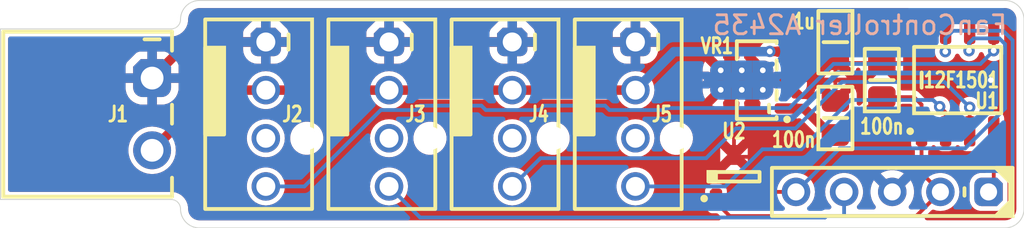
<source format=kicad_pcb>
(kicad_pcb (version 20240108) (generator "pcbnew") (generator_version "8.0")
  (layers (0 "F.Cu" signal) (31 "B.Cu" signal) (34 "B.Paste" user) (35 "F.Paste" user) (36 "B.SilkS" user "B.Silkscreen") (37 "F.SilkS" user "F.Silkscreen") (38 "B.Mask" user) (39 "F.Mask" user) (44 "Edge.Cuts" user))
  (net 0 "")
  (net 1 "GND")
  (net 2 "ICSP_VPP")
  (net 3 "+12V")
  (net 4 "OUT_PWM3")
  (net 5 "OUT_PWM4")
  (net 6 "OUT_PWM2")
  (net 7 "OUT_PWM1")
  (net 8 "ADC_TEMPERATURE")
  (net 9 "+5V")
  (footprint "Medo64:C (0805)" (layer "F.Cu") (at 61.5 19.2 90)
    (property "Reference" "C1" (hide yes))
    (property "Value" "100n" (at -2.45 0 180) (layer "F.SilkS") (effects (font (size 0.8 0.6) (thickness 0.15) (bold yes))))
    (fp_line (start 0 -0.625) (end 0 0.625) (stroke (width 0.2)) (layer "F.SilkS"))
    (fp_rect (start -1.65 -0.9) (end 1.65 0.9) (stroke (width 0.2)) (fill none) (layer "F.SilkS"))
    (pad "1" smd roundrect (at -0.9 0 90) (size 1.15 1.45) (layers "F.Cu" "F.Paste" "F.Mask") (net 9 "+5V"))
    (pad "2" smd roundrect (at 0.9 0 90) (size 1.15 1.45) (layers "F.Cu" "F.Paste" "F.Mask") (net 1 "GND"))
  )
  (footprint "Medo64:C (0805)" (layer "F.Cu") (at 59.05 21.2 90)
    (property "Reference" "C2" (hide yes))
    (property "Value" "100n" (at -1.15 -2.2 180) (layer "F.SilkS") (effects (font (size 0.8 0.6) (thickness 0.15) (bold yes))))
    (fp_line (start 0 -0.625) (end 0 0.625) (stroke (width 0.2)) (layer "F.SilkS"))
    (fp_rect (start -1.65 -0.9) (end 1.65 0.9) (stroke (width 0.2)) (fill none) (layer "F.SilkS"))
    (pad "1" smd roundrect (at -0.9 0 90) (size 1.15 1.45) (layers "F.Cu" "F.Paste" "F.Mask") (net 9 "+5V"))
    (pad "2" smd roundrect (at 0.9 0 90) (size 1.15 1.45) (layers "F.Cu" "F.Paste" "F.Mask") (net 1 "GND"))
  )
  (footprint "Medo64:J Molex 047053 [Fan] (4w)" (layer "F.Cu") (at 29 21 -90)
    (property "Reference" "J2" (at 0 -1.4 0) (layer "F.SilkS") (effects (font (size 0.8 0.6) (thickness 0.15) (bold yes))))
    (property "Value" "Fan")
    (fp_line (start -4.21 -1.2) (end -3.41 -1.2) (stroke (width 0.2)) (layer "F.SilkS"))
    (fp_rect (start -3.51 2.2) (end 1.07 3.2) (stroke (width 0.2)) (fill solid) (layer "F.SilkS"))
    (fp_rect (start -5 -2.44) (end 5 3.2) (stroke (width 0.2)) (fill none) (layer "F.SilkS"))
    (pad "" np_thru_hole circle (at 1.27 -2.16 270) (size 1.25 1.25) (drill 1.25) (layers "F&B.Cu" "*.Mask"))
    (pad "1" thru_hole roundrect (at -3.81 0 270) (size 1.5 1.6) (drill 1) (layers "*.Cu" "*.Mask") (chamfer_ratio 0.2) (chamfer top_left bottom_left) (net 1 "GND"))
    (pad "2" thru_hole circle (at -1.27 0 270) (size 1.5 1.5) (drill 1) (layers "*.Cu" "*.Mask") (net 3 "+12V"))
    (pad "3" thru_hole circle (at 1.27 0 270) (size 1.5 1.5) (drill 1) (layers "*.Cu" "*.Mask"))
    (pad "4" thru_hole circle (at 3.81 0 270) (size 1.5 1.5) (drill 1) (layers "*.Cu" "*.Mask") (net 7 "OUT_PWM1"))
  )
  (footprint "Medo64:ICSP PIC Pogo (5w)" (layer "F.Cu") (at 62.05 25.1 180)
    (property "Reference" "ICSP" (hide yes))
    (property "Value" "Microchip PIC" (hide yes))
    (fp_line (start -3.81 -0.2) (end -3.81 0.2) (stroke (width 0.2)) (layer "F.SilkS"))
    (fp_rect (start -6.35 -1.27) (end 6.35 1.27) (stroke (width 0.2)) (fill none) (layer "F.SilkS"))
    (fp_poly (pts (xy -6.223 -0.508) (xy -5.461 -1.27) (xy -6.35 -1.27) (xy -6.35 1.27) (xy -5.461 1.27) (xy -6.223 0.508)) (stroke (width 0.2)) (fill solid) (layer "F.SilkS"))
    (pad "1" thru_hole roundrect (at -5.08 0 180) (size 1.5 1.5) (drill 0.9) (layers "*.Cu" "*.Mask") (chamfer_ratio 0.2) (chamfer top_left bottom_left) (net 2 "ICSP_VPP"))
    (pad "2" thru_hole circle (at -2.54 0 180) (size 1.5 1.5) (drill 0.9) (layers "*.Cu" "*.Mask") (net 9 "+5V"))
    (pad "3" thru_hole circle (at 0 0 180) (size 1.5 1.5) (drill 0.9) (layers "*.Cu" "*.Mask") (net 1 "GND"))
    (pad "4" thru_hole circle (at 2.54 0 180) (size 1.5 1.5) (drill 0.9) (layers "*.Cu" "*.Mask") (net 6 "OUT_PWM2"))
    (pad "5" thru_hole circle (at 5.08 0 180) (size 1.5 1.5) (drill 0.9) (layers "*.Cu" "*.Mask") (net 8 "ADC_TEMPERATURE"))
  )
  (footprint "Medo64:U Micro [PIC12F1501] (SOIC-8)" (layer "F.Cu") (at 65.5 19.2 90)
    (property "Reference" "U1" (at -1.1 1.55 0) (layer "F.SilkS") (effects (font (size 0.8 0.6))))
    (property "Value" "12F1501" (at 0 0.2 0) (layer "F.SilkS") (effects (font (size 0.8 0.6))))
    (fp_line (start -0.4 -1.9) (end 0.4 -1.9) (stroke (width 0.2)) (layer "F.SilkS"))
    (fp_rect (start -1.75 -2.3) (end 1.75 2.3) (stroke (width 0.2)) (fill none) (layer "F.SilkS"))
    (fp_circle (center -2.7 -2.505) (end -2.55 -2.505) (stroke (width 0.1)) (fill solid) (layer "F.SilkS"))
    (pad "1" smd roundrect (at -2.7 -1.905 90) (size 1.6 0.6) (layers "F.Cu" "F.Paste" "F.Mask") (chamfer_ratio 0.2) (chamfer top_left top_right) (net 9 "+5V"))
    (pad "2" smd roundrect (at -2.7 -0.635 90) (size 1.6 0.6) (layers "F.Cu" "F.Paste" "F.Mask") (net 5 "OUT_PWM4"))
    (pad "3" smd roundrect (at -2.7 0.635 90) (size 1.6 0.6) (layers "F.Cu" "F.Paste" "F.Mask") (net 4 "OUT_PWM3"))
    (pad "4" smd roundrect (at -2.7 1.905 90) (size 1.6 0.6) (layers "F.Cu" "F.Paste" "F.Mask") (net 2 "ICSP_VPP"))
    (pad "5" smd roundrect (at 2.7 1.905 90) (size 1.6 0.6) (layers "F.Cu" "F.Paste" "F.Mask") (net 7 "OUT_PWM1"))
    (pad "6" smd roundrect (at 2.7 0.635 90) (size 1.6 0.6) (layers "F.Cu" "F.Paste" "F.Mask") (net 8 "ADC_TEMPERATURE"))
    (pad "7" smd roundrect (at 2.7 -0.635 90) (size 1.6 0.6) (layers "F.Cu" "F.Paste" "F.Mask") (net 6 "OUT_PWM2"))
    (pad "8" smd roundrect (at 2.7 -1.905 90) (size 1.6 0.6) (layers "F.Cu" "F.Paste" "F.Mask") (net 1 "GND"))
  )
  (footprint "Medo64:J Molex 047053 [Fan] (4w)" (layer "F.Cu") (at 42 21 -90)
    (property "Reference" "J4" (at 0 -1.4 0) (layer "F.SilkS") (effects (font (size 0.8 0.6) (thickness 0.15) (bold yes))))
    (property "Value" "Fan")
    (fp_line (start -4.21 -1.2) (end -3.41 -1.2) (stroke (width 0.2)) (layer "F.SilkS"))
    (fp_rect (start -3.51 2.2) (end 1.07 3.2) (stroke (width 0.2)) (fill solid) (layer "F.SilkS"))
    (fp_rect (start -5 -2.44) (end 5 3.2) (stroke (width 0.2)) (fill none) (layer "F.SilkS"))
    (pad "" np_thru_hole circle (at 1.27 -2.16 270) (size 1.25 1.25) (drill 1.25) (layers "F&B.Cu" "*.Mask"))
    (pad "1" thru_hole roundrect (at -3.81 0 270) (size 1.5 1.6) (drill 1) (layers "*.Cu" "*.Mask") (chamfer_ratio 0.2) (chamfer top_left bottom_left) (net 1 "GND"))
    (pad "2" thru_hole circle (at -1.27 0 270) (size 1.5 1.5) (drill 1) (layers "*.Cu" "*.Mask") (net 3 "+12V"))
    (pad "3" thru_hole circle (at 1.27 0 270) (size 1.5 1.5) (drill 1) (layers "*.Cu" "*.Mask"))
    (pad "4" thru_hole circle (at 3.81 0 270) (size 1.5 1.5) (drill 1) (layers "*.Cu" "*.Mask") (net 4 "OUT_PWM3"))
  )
  (footprint "Medo64:U Temperature Analog [MCP9701] (SOT23-3)" (layer "F.Cu") (at 53.7 24.3)
    (property "Reference" "U2" (at 0 -2.4 0) (layer "F.SilkS") (effects (font (size 0.8 0.6))))
    (property "Value" "MCP9701A" (hide yes))
    (fp_rect (start -1.35 -0.25) (end -0.95 0.25) (stroke (width 0.2)) (fill solid) (layer "F.SilkS"))
    (fp_rect (start -1.35 -0.25) (end 1.35 0.25) (stroke (width 0.2)) (fill none) (layer "F.SilkS"))
    (fp_circle (center -1.575 1.15) (end -1.425 1.15) (stroke (width 0.1)) (fill solid) (layer "F.SilkS"))
    (pad "1" smd roundrect (at -0.95 1.15) (size 0.65 1.05) (layers "F.Cu" "F.Paste" "F.Mask") (chamfer_ratio 0.2) (chamfer top_left bottom_left) (net 9 "+5V"))
    (pad "2" smd roundrect (at 0.95 1.15) (size 0.65 1.05) (layers "F.Cu" "F.Paste" "F.Mask") (net 8 "ADC_TEMPERATURE"))
    (pad "3" smd roundrect (at 0 -1.15) (size 0.65 1.05) (layers "F.Cu" "F.Paste" "F.Mask") (net 1 "GND"))
  )
  (footprint "Medo64:J Phoenix MC (2w)" (layer "F.Cu") (at 23 21 -90)
    (property "Reference" "J1" (at 0 1.8 180) (layer "F.SilkS") (effects (font (size 0.8 0.6) (thickness 0.15) (bold yes))))
    (property "Value" "MC 1,5/2")
    (fp_line (start -4.35 7.85) (end 4.35 7.85) (stroke (width 0.2)) (layer "F.SilkS"))
    (fp_line (start 4.35 7.85) (end 4.35 -1.05) (stroke (width 0.2)) (layer "F.SilkS"))
    (fp_line (start -3.95 -0.4) (end -3.95 0.4) (stroke (width 0.2)) (layer "F.SilkS"))
    (fp_line (start -4.35 -1.05) (end -4.35 7.85) (stroke (width 0.2)) (layer "F.SilkS"))
    (fp_line (start -4.35 -1.05) (end -3.35 -1.05) (stroke (width 0.2)) (layer "F.SilkS"))
    (fp_line (start 0.5 -1.05) (end -0.5 -1.05) (stroke (width 0.2)) (layer "F.SilkS"))
    (fp_line (start 4.35 -1.05) (end 3.35 -1.05) (stroke (width 0.2)) (layer "F.SilkS"))
    (pad "1" thru_hole roundrect (at -1.905 0 270) (size 2 2) (drill 1.2) (layers "*.Cu" "*.Mask") (chamfer_ratio 0.2) (chamfer top_left bottom_left) (net 1 "GND"))
    (pad "2" thru_hole circle (at 1.905 0 270) (size 2 2) (drill 1.2) (layers "*.Cu" "*.Mask") (net 3 "+12V"))
  )
  (footprint "Medo64:J Molex 047053 [Fan] (4w)" (layer "F.Cu") (at 48.5 21 -90)
    (property "Reference" "J5" (at 0 -1.4 0) (layer "F.SilkS") (effects (font (size 0.8 0.6) (thickness 0.15) (bold yes))))
    (property "Value" "Fan")
    (fp_line (start -4.21 -1.2) (end -3.41 -1.2) (stroke (width 0.2)) (layer "F.SilkS"))
    (fp_rect (start -3.51 2.2) (end 1.07 3.2) (stroke (width 0.2)) (fill solid) (layer "F.SilkS"))
    (fp_rect (start -5 -2.44) (end 5 3.2) (stroke (width 0.2)) (fill none) (layer "F.SilkS"))
    (pad "" np_thru_hole circle (at 1.27 -2.16 270) (size 1.25 1.25) (drill 1.25) (layers "F&B.Cu" "*.Mask"))
    (pad "1" thru_hole roundrect (at -3.81 0 270) (size 1.5 1.6) (drill 1) (layers "*.Cu" "*.Mask") (chamfer_ratio 0.2) (chamfer top_left bottom_left) (net 1 "GND"))
    (pad "2" thru_hole circle (at -1.27 0 270) (size 1.5 1.5) (drill 1) (layers "*.Cu" "*.Mask") (net 3 "+12V"))
    (pad "3" thru_hole circle (at 1.27 0 270) (size 1.5 1.5) (drill 1) (layers "*.Cu" "*.Mask"))
    (pad "4" thru_hole circle (at 3.81 0 270) (size 1.5 1.5) (drill 1) (layers "*.Cu" "*.Mask") (net 5 "OUT_PWM4"))
  )
  (footprint "Medo64:C (0805)" (layer "F.Cu") (at 59.05 17.2 -90)
    (property "Reference" "C3" (hide yes))
    (property "Value" "1u" (at -1.1 1.65 0) (layer "F.SilkS") (effects (font (size 0.8 0.6) (thickness 0.15) (bold yes))))
    (fp_line (start 0 -0.625) (end 0 0.625) (stroke (width 0.2)) (layer "F.SilkS"))
    (fp_rect (start -1.65 -0.9) (end 1.65 0.9) (stroke (width 0.2)) (fill none) (layer "F.SilkS"))
    (pad "1" smd roundrect (at -0.9 0 270) (size 1.15 1.45) (layers "F.Cu" "F.Paste" "F.Mask") (net 3 "+12V"))
    (pad "2" smd roundrect (at 0.9 0 270) (size 1.15 1.45) (layers "F.Cu" "F.Paste" "F.Mask") (net 1 "GND"))
  )
  (footprint "Medo64:J Molex 047053 [Fan] (4w)" (layer "F.Cu") (at 35.5 21 -90)
    (property "Reference" "J3" (at 0 -1.4 0) (layer "F.SilkS") (effects (font (size 0.8 0.6) (thickness 0.15) (bold yes))))
    (property "Value" "Fan")
    (fp_line (start -4.21 -1.2) (end -3.41 -1.2) (stroke (width 0.2)) (layer "F.SilkS"))
    (fp_rect (start -3.51 2.2) (end 1.07 3.2) (stroke (width 0.2)) (fill solid) (layer "F.SilkS"))
    (fp_rect (start -5 -2.44) (end 5 3.2) (stroke (width 0.2)) (fill none) (layer "F.SilkS"))
    (pad "" np_thru_hole circle (at 1.27 -2.16 270) (size 1.25 1.25) (drill 1.25) (layers "F&B.Cu" "*.Mask"))
    (pad "1" thru_hole roundrect (at -3.81 0 270) (size 1.5 1.6) (drill 1) (layers "*.Cu" "*.Mask") (chamfer_ratio 0.2) (chamfer top_left bottom_left) (net 1 "GND"))
    (pad "2" thru_hole circle (at -1.27 0 270) (size 1.5 1.5) (drill 1) (layers "*.Cu" "*.Mask") (net 3 "+12V"))
    (pad "3" thru_hole circle (at 1.27 0 270) (size 1.5 1.5) (drill 1) (layers "*.Cu" "*.Mask"))
    (pad "4" thru_hole circle (at 3.81 0 270) (size 1.5 1.5) (drill 1) (layers "*.Cu" "*.Mask") (net 6 "OUT_PWM2"))
  )
  (footprint "Medo64:VR Linear 5V 100mA [AS78L05RTR-E1] (SOT89-3')" (layer "F.Cu") (at 56.5 19.2 90)
    (property "Reference" "VR1" (at 1.8 -3.7 180) (layer "F.SilkS") (effects (font (size 0.8 0.6))))
    (property "Value" "AS78L05RTR" (hide yes))
    (fp_line (start 2.05 -2.65) (end 1.1 -2.65) (stroke (width 0.2)) (layer "F.SilkS"))
    (fp_line (start -2.05 -2.65) (end -1.1 -2.65) (stroke (width 0.2)) (layer "F.SilkS"))
    (fp_line (start -1.3 -0.95) (end -1.7 -0.95) (stroke (width 0.2)) (layer "F.SilkS"))
    (fp_line (start 2.05 -0.55) (end 2.05 -2.65) (stroke (width 0.2)) (layer "F.SilkS"))
    (fp_line (start 2.05 -0.55) (end 1.95 -0.55) (stroke (width 0.2)) (layer "F.SilkS"))
    (fp_line (start 1.05 -0.55) (end 0.55 -0.55) (stroke (width 0.2)) (layer "F.SilkS"))
    (fp_line (start -1.05 -0.55) (end -0.55 -0.55) (stroke (width 0.2)) (layer "F.SilkS"))
    (fp_line (start -2.05 -0.55) (end -2.05 -2.65) (stroke (width 0.2)) (layer "F.SilkS"))
    (fp_line (start -2.05 -0.55) (end -1.95 -0.55) (stroke (width 0.2)) (layer "F.SilkS"))
    (fp_circle (center -2.075 0) (end -1.925 0) (stroke (width 0.1)) (fill solid) (layer "F.SilkS"))
    (pad "1" smd roundrect (at -1.5 0 90) (size 0.55 1.3) (layers "F.Cu" "F.Paste" "F.Mask") (chamfer_ratio 0.2) (chamfer top_left bottom_left) (net 9 "+5V"))
    (pad "2" thru_hole roundrect (at -0.515 -3.5 90) (size 1.03 1.11) (drill 0.3) (layers "*.Cu" "F.Paste" "F.Mask") (roundrect_rratio 0.5) (chamfer_ratio 0) (chamfer top_right bottom_left bottom_right) (net 1 "GND"))
    (pad "2" thru_hole rect (at -0.515 -2.39 90) (size 1.03 1.11) (drill 0.3) (layers "*.Cu" "F.Paste" "F.Mask") (net 1 "GND"))
    (pad "2" thru_hole roundrect (at -0.515 -1.28 90) (size 1.03 1.11) (drill 0.3) (layers "*.Cu" "F.Paste" "F.Mask") (roundrect_rratio 0.5) (chamfer_ratio 0) (chamfer top_left top_right bottom_right) (net 1 "GND"))
    (pad "2" smd roundrect (at 0 -0.2 90) (size 0.8 1.7) (layers "F.Cu" "F.Paste" "F.Mask") (net 1 "GND"))
    (pad "2" thru_hole roundrect (at 0.515 -3.5 90) (size 1.03 1.11) (drill 0.3) (layers "*.Cu" "F.Paste" "F.Mask") (roundrect_rratio 0.5) (chamfer_ratio 0) (chamfer top_left bottom_left bottom_right) (net 1 "GND"))
    (pad "2" thru_hole rect (at 0.515 -2.39 90) (size 1.03 1.11) (drill 0.3) (layers "*.Cu" "F.Paste" "F.Mask") (net 1 "GND"))
    (pad "2" thru_hole roundrect (at 0.515 -1.28 90) (size 1.03 1.11) (drill 0.3) (layers "*.Cu" "F.Paste" "F.Mask") (roundrect_rratio 0.5) (chamfer_ratio 0) (chamfer top_left top_right bottom_left) (net 1 "GND"))
    (pad "3" smd roundrect (at 1.5 0 90) (size 0.55 1.3) (layers "F.Cu" "F.Paste" "F.Mask") (chamfer_ratio 0.2) (chamfer) (net 3 "+12V"))
  )
  (gr_line (start 15 16.5) (end 24 16.5) (stroke (width 0.05)) (layer "Edge.Cuts"))
  (gr_arc (start 69 26) (mid 68.707107 26.707107) (end 68 27) (stroke (width 0.05)) (layer "Edge.Cuts"))
  (gr_arc (start 25.5 27) (mid 24.792893 26.707107) (end 24.5 26) (stroke (width 0.05)) (layer "Edge.Cuts"))
  (gr_arc (start 24.5 16) (mid 24.353553 16.353553) (end 24 16.5) (stroke (width 0.05)) (layer "Edge.Cuts"))
  (gr_arc (start 24.5 16) (mid 24.792893 15.292893) (end 25.5 15) (stroke (width 0.05)) (layer "Edge.Cuts"))
  (gr_line (start 24 25.5) (end 15 25.5) (stroke (width 0.05)) (layer "Edge.Cuts"))
  (gr_line (start 69 16) (end 69 26) (stroke (width 0.05)) (layer "Edge.Cuts"))
  (gr_line (start 15 16.5) (end 15 25.5) (stroke (width 0.05)) (layer "Edge.Cuts"))
  (gr_line (start 25.5 27) (end 68 27) (stroke (width 0.05)) (layer "Edge.Cuts"))
  (gr_arc (start 68 15) (mid 68.707107 15.292893) (end 69 16) (stroke (width 0.05)) (layer "Edge.Cuts"))
  (gr_line (start 25.5 15) (end 68 15) (stroke (width 0.05)) (layer "Edge.Cuts"))
  (gr_arc (start 24 25.5) (mid 24.353553 25.646447) (end 24.5 26) (stroke (width 0.05)) (layer "Edge.Cuts"))
  (gr_text "FanController A2435" (at 68.2 16.3 0) (layer "B.SilkS") (effects (font (size 1 1)) (justify left mirror)))
  (segment (start 63.595 18.3) (end 64.49499 19.19999) (width 0.2) (layer "F.Cu") (net 1))
  (segment (start 61.5 18.3) (end 59.25 18.3) (width 0.2) (layer "F.Cu") (net 1))
  (segment (start 55.735 19.2) (end 55.22 18.685) (width 0.2) (layer "F.Cu") (net 1))
  (segment (start 64.49499 19.19999) (end 64.495 19.2) (width 0.2) (layer "F.Cu") (net 1))
  (segment (start 29 17.19) (end 24.905 17.19) (width 0.5) (layer "F.Cu") (net 1))
  (segment (start 53.7 20.125) (end 53.7 23.15) (width 0.2) (layer "F.Cu") (net 1))
  (segment (start 67.24999 19.2) (end 67.25 19.19999) (width 0.2) (layer "F.Cu") (net 1))
  (segment (start 42 17.19) (end 35.5 17.19) (width 0.5) (layer "F.Cu") (net 1))
  (segment (start 54.11 18.685) (end 55.22 18.685) (width 0.5) (layer "F.Cu") (net 1))
  (segment (start 64.49499 19.19999) (end 67.25 19.19999) (width 0.2) (layer "F.Cu") (net 1))
  (segment (start 48.5 17.19) (end 51.505 17.19) (width 0.5) (layer "F.Cu") (net 1))
  (segment (start 59.05 20.3) (end 59.05 19.2) (width 0.2) (layer "F.Cu") (net 1))
  (segment (start 53 18.685) (end 54.11 18.685) (width 0.5) (layer "F.Cu") (net 1))
  (segment (start 35.5 17.19) (end 29 17.19) (width 0.5) (layer "F.Cu") (net 1))
  (segment (start 51.505 17.19) (end 53 18.685) (width 0.5) (layer "F.Cu") (net 1))
  (segment (start 64.495 19.2) (end 67.24999 19.2) (width 0.2) (layer "F.Cu") (net 1))
  (segment (start 53 18.685) (end 53 19.715) (width 0.5) (layer "F.Cu") (net 1))
  (segment (start 55.735 19.2) (end 55.22 19.715) (width 0.2) (layer "F.Cu") (net 1))
  (segment (start 56.3 19.2) (end 59.05 19.2) (width 0.2) (layer "F.Cu") (net 1))
  (segment (start 55.22 19.715) (end 55.22 18.685) (width 0.5) (layer "F.Cu") (net 1))
  (segment (start 63.595 18.3) (end 63.595 16.5) (width 0.2) (layer "F.Cu") (net 1))
  (segment (start 54.11 19.715) (end 55.22 19.715) (width 0.5) (layer "F.Cu") (net 1))
  (segment (start 24.905 17.19) (end 23 19.095) (width 0.5) (layer "F.Cu") (net 1))
  (segment (start 53 19.715) (end 54.11 19.715) (width 0.5) (layer "F.Cu") (net 1))
  (segment (start 53.8 23.25) (end 60.2 23.25) (width 0.2) (layer "F.Cu") (net 1))
  (segment (start 59.05 19.2) (end 59.05 18.1) (width 0.2) (layer "F.Cu") (net 1))
  (segment (start 61.5 18.3) (end 63.595 18.3) (width 0.2) (layer "F.Cu") (net 1))
  (segment (start 60.2 23.25) (end 62.05 25.1) (width 0.2) (layer "F.Cu") (net 1))
  (segment (start 42 17.19) (end 48.5 17.19) (width 0.5) (layer "F.Cu") (net 1))
  (via (at 67.25 19.19999) (size 0.6) (drill 0.3) (layers "F.Cu" "B.Cu") (net 1))
  (segment (start 67.405 21.9) (end 67.405 24.825) (width 0.2) (layer "F.Cu") (net 2))
  (segment (start 48.5 19.73) (end 42 19.73) (width 0.5) (layer "F.Cu") (net 3))
  (segment (start 55.588235 17.688235) (end 56.488235 17.688235) (width 0.5) (layer "F.Cu") (net 3))
  (segment (start 56.5 17.7) (end 57.4 17.7) (width 0.5) (layer "F.Cu") (net 3))
  (segment (start 42 19.73) (end 35.5 19.73) (width 0.5) (layer "F.Cu") (net 3))
  (segment (start 26.175 19.73) (end 23 22.905) (width 0.5) (layer "F.Cu") (net 3))
  (segment (start 35.5 19.73) (end 29 19.73) (width 0.5) (layer "F.Cu") (net 3))
  (segment (start 29 19.73) (end 26.175 19.73) (width 0.5) (layer "F.Cu") (net 3))
  (segment (start 57.4 17.7) (end 58.8 16.3) (width 0.5) (layer "F.Cu") (net 3))
  (via (at 55.588235 17.688235) (size 0.6) (drill 0.3) (layers "F.Cu" "B.Cu") (net 3))
  (segment (start 50.53 17.7) (end 48.5 19.73) (width 0.5) (layer "B.Cu") (net 3))
  (segment (start 55.57647 17.7) (end 50.53 17.7) (width 0.5) (layer "B.Cu") (net 3))
  (segment (start 55.588235 17.688235) (end 55.57647 17.7) (width 0.5) (layer "B.Cu") (net 3))
  (segment (start 66.135 21.9) (end 66.135 20.634994) (width 0.2) (layer "F.Cu") (net 4))
  (via (at 66.135 20.634994) (size 0.6) (drill 0.3) (layers "F.Cu" "B.Cu") (net 4))
  (segment (start 56.95 21.75) (end 59.4 19.3) (width 0.2) (layer "B.Cu") (net 4))
  (segment (start 42 24.81) (end 43.49 23.32) (width 0.2) (layer "B.Cu") (net 4))
  (segment (start 53.8 21.75) (end 56.95 21.75) (width 0.2) (layer "B.Cu") (net 4))
  (segment (start 59.4 19.3) (end 64.800006 19.3) (width 0.2) (layer "B.Cu") (net 4))
  (segment (start 64.800006 19.3) (end 66.135 20.634994) (width 0.2) (layer "B.Cu") (net 4))
  (segment (start 52.23 23.32) (end 53.8 21.75) (width 0.2) (layer "B.Cu") (net 4))
  (segment (start 43.49 23.32) (end 52.23 23.32) (width 0.2) (layer "B.Cu") (net 4))
  (segment (start 64.865 21.9) (end 64.865 20.915004) (width 0.2) (layer "F.Cu") (net 5))
  (segment (start 64.865 20.915004) (end 64.55 20.600004) (width 0.2) (layer "F.Cu") (net 5))
  (via (at 64.55 20.600004) (size 0.6) (drill 0.3) (layers "F.Cu" "B.Cu") (net 5))
  (segment (start 57.25 22.85) (end 59.85 20.25) (width 0.2) (layer "B.Cu") (net 5))
  (segment (start 55.2 22.85) (end 57.25 22.85) (width 0.2) (layer "B.Cu") (net 5))
  (segment (start 59.85 20.25) (end 64.199996 20.25) (width 0.2) (layer "B.Cu") (net 5))
  (segment (start 48.5 24.81) (end 53.24 24.81) (width 0.2) (layer "B.Cu") (net 5))
  (segment (start 64.199996 20.25) (end 64.55 20.600004) (width 0.2) (layer "B.Cu") (net 5))
  (segment (start 53.24 24.81) (end 55.2 22.85) (width 0.2) (layer "B.Cu") (net 5))
  (segment (start 64.865 17.685) (end 64.85 17.7) (width 0.2) (layer "F.Cu") (net 6))
  (segment (start 64.865 16.5) (end 64.865 17.685) (width 0.2) (layer "F.Cu") (net 6))
  (via (at 64.85 17.7) (size 0.6) (drill 0.3) (layers "F.Cu" "B.Cu") (net 6))
  (segment (start 59.5 26.375) (end 67.825 26.375) (width 0.2) (layer "B.Cu") (net 6))
  (segment (start 59.51 26.365) (end 59.5 26.375) (width 0.2) (layer "B.Cu") (net 6))
  (segment (start 67.9 16.6) (end 65.25 16.6) (width 0.2) (layer "B.Cu") (net 6))
  (segment (start 67.825 26.375) (end 68.4 25.8) (width 0.2) (layer "B.Cu") (net 6))
  (segment (start 68.4 17.1) (end 67.9 16.6) (width 0.2) (layer "B.Cu") (net 6))
  (segment (start 37.14 26.45) (end 35.5 24.81) (width 0.2) (layer "B.Cu") (net 6))
  (segment (start 58.5 26.45) (end 37.14 26.45) (width 0.2) (layer "B.Cu") (net 6))
  (segment (start 68.4 25.8) (end 68.4 17.1) (width 0.2) (layer "B.Cu") (net 6))
  (segment (start 58.575 26.375) (end 58.5 26.45) (width 0.2) (layer "B.Cu") (net 6))
  (segment (start 64.85 17) (end 64.85 17.7) (width 0.2) (layer "B.Cu") (net 6))
  (segment (start 65.25 16.6) (end 64.85 17) (width 0.2) (layer "B.Cu") (net 6))
  (segment (start 59.5 26.375) (end 58.575 26.375) (width 0.2) (layer "B.Cu") (net 6))
  (segment (start 59.51 25.1) (end 59.51 26.365) (width 0.2) (layer "B.Cu") (net 6))
  (segment (start 67.405 16.5) (end 67.405 17.645) (width 0.2) (layer "F.Cu") (net 7))
  (segment (start 67.405 17.645) (end 67.4 17.65) (width 0.2) (layer "F.Cu") (net 7))
  (via (at 67.4 17.65) (size 0.6) (drill 0.3) (layers "F.Cu" "B.Cu") (net 7))
  (segment (start 36.92 20.78) (end 35.065075 20.78) (width 0.2) (layer "B.Cu") (net 7))
  (segment (start 47.13 20.78) (end 46.9 20.55) (width 0.2) (layer "B.Cu") (net 7))
  (segment (start 67.4 17.65) (end 66.7 18.35) (width 0.2) (layer "B.Cu") (net 7))
  (segment (start 46.9 20.55) (end 43.675 20.55) (width 0.2) (layer "B.Cu") (net 7))
  (segment (start 40.375 20.55) (end 37.15 20.55) (width 0.2) (layer "B.Cu") (net 7))
  (segment (start 31.035075 24.81) (end 29 24.81) (width 0.2) (layer "B.Cu") (net 7))
  (segment (start 35.065075 20.78) (end 31.035075 24.81) (width 0.2) (layer "B.Cu") (net 7))
  (segment (start 56.625 20.675) (end 50.125 20.675) (width 0.2) (layer "B.Cu") (net 7))
  (segment (start 43.675 20.55) (end 43.445 20.78) (width 0.2) (layer "B.Cu") (net 7))
  (segment (start 66.7 18.35) (end 58.95 18.35) (width 0.2) (layer "B.Cu") (net 7))
  (segment (start 50.02 20.78) (end 47.13 20.78) (width 0.2) (layer "B.Cu") (net 7))
  (segment (start 43.445 20.78) (end 40.605 20.78) (width 0.2) (layer "B.Cu") (net 7))
  (segment (start 58.95 18.35) (end 56.625 20.675) (width 0.2) (layer "B.Cu") (net 7))
  (segment (start 37.15 20.55) (end 36.92 20.78) (width 0.2) (layer "B.Cu") (net 7))
  (segment (start 50.125 20.675) (end 50.02 20.78) (width 0.2) (layer "B.Cu") (net 7))
  (segment (start 40.605 20.78) (end 40.375 20.55) (width 0.2) (layer "B.Cu") (net 7))
  (segment (start 54.65 25.1) (end 56.97 25.1) (width 0.2) (layer "F.Cu") (net 8))
  (segment (start 66.135 17.615) (end 66.1 17.65) (width 0.2) (layer "F.Cu") (net 8))
  (segment (start 66.135 16.5) (end 66.135 17.615) (width 0.2) (layer "F.Cu") (net 8))
  (via (at 66.1 17.65) (size 0.6) (drill 0.3) (layers "F.Cu" "B.Cu") (net 8))
  (segment (start 68 20.7) (end 68 17.3) (width 0.2) (layer "B.Cu") (net 8))
  (segment (start 56.97 25.1) (end 59.27 22.8) (width 0.2) (layer "B.Cu") (net 8))
  (segment (start 67.7 17) (end 66.35 17) (width 0.2) (layer "B.Cu") (net 8))
  (segment (start 65.9 22.8) (end 68 20.7) (width 0.2) (layer "B.Cu") (net 8))
  (segment (start 66.1 17.25) (end 66.1 17.65) (width 0.2) (layer "B.Cu") (net 8))
  (segment (start 66.35 17) (end 66.1 17.25) (width 0.2) (layer "B.Cu") (net 8))
  (segment (start 68 17.3) (end 67.7 17) (width 0.2) (layer "B.Cu") (net 8))
  (segment (start 59.27 22.8) (end 65.9 22.8) (width 0.2) (layer "B.Cu") (net 8))
  (segment (start 59.3 22.1) (end 61.3 20.1) (width 0.2) (layer "F.Cu") (net 9))
  (segment (start 63.2 20.1) (end 63.595 20.495) (width 0.2) (layer "F.Cu") (net 9))
  (segment (start 63.595 20.495) (end 63.595 21.9) (width 0.2) (layer "F.Cu") (net 9))
  (segment (start 53.475 26.375) (end 63.315 26.375) (width 0.2) (layer "F.Cu") (net 9))
  (segment (start 57.4 20.7) (end 56.5 20.7) (width 0.5) (layer "F.Cu") (net 9))
  (segment (start 58.8 22.1) (end 57.4 20.7) (width 0.5) (layer "F.Cu") (net 9))
  (segment (start 64.59 25.1) (end 63.595 24.105) (width 0.2) (layer "F.Cu") (net 9))
  (segment (start 52.75 25.65) (end 53.475 26.375) (width 0.2) (layer "F.Cu") (net 9))
  (segment (start 63.595 24.105) (end 63.595 21.9) (width 0.2) (layer "F.Cu") (net 9))
  (segment (start 61.5 20.1) (end 63.2 20.1) (width 0.2) (layer "F.Cu") (net 9))
  (segment (start 63.315 26.375) (end 64.59 25.1) (width 0.2) (layer "F.Cu") (net 9))
  (zone (net 1) (net_name "GND") (layers "F&B.Cu") (connect_pads (clearance 0.25)) (min_thickness 0.25) (fill yes (thermal_gap 0.4) (thermal_bridge_width 0.5))
    (polygon (pts (xy 15 15) (xy 15 27) (xy 69 27) (xy 69 15)))
  )
)
</source>
